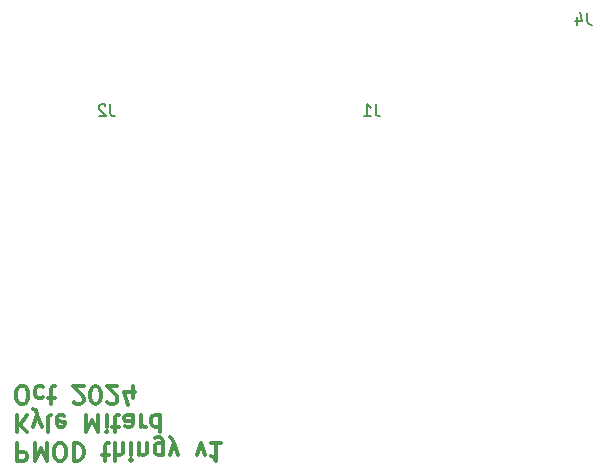
<source format=gbr>
%TF.GenerationSoftware,KiCad,Pcbnew,7.0.10*%
%TF.CreationDate,2024-11-13T12:28:53-05:00*%
%TF.ProjectId,pmodThingy,706d6f64-5468-4696-9e67-792e6b696361,rev?*%
%TF.SameCoordinates,Original*%
%TF.FileFunction,Legend,Bot*%
%TF.FilePolarity,Positive*%
%FSLAX46Y46*%
G04 Gerber Fmt 4.6, Leading zero omitted, Abs format (unit mm)*
G04 Created by KiCad (PCBNEW 7.0.10) date 2024-11-13 12:28:53*
%MOMM*%
%LPD*%
G01*
G04 APERTURE LIST*
%ADD10C,0.300000*%
%ADD11C,0.150000*%
G04 APERTURE END LIST*
D10*
X119426510Y-82372171D02*
X119426510Y-83872171D01*
X119426510Y-83872171D02*
X119997939Y-83872171D01*
X119997939Y-83872171D02*
X120140796Y-83800742D01*
X120140796Y-83800742D02*
X120212225Y-83729314D01*
X120212225Y-83729314D02*
X120283653Y-83586457D01*
X120283653Y-83586457D02*
X120283653Y-83372171D01*
X120283653Y-83372171D02*
X120212225Y-83229314D01*
X120212225Y-83229314D02*
X120140796Y-83157885D01*
X120140796Y-83157885D02*
X119997939Y-83086457D01*
X119997939Y-83086457D02*
X119426510Y-83086457D01*
X120926510Y-82372171D02*
X120926510Y-83872171D01*
X120926510Y-83872171D02*
X121426510Y-82800742D01*
X121426510Y-82800742D02*
X121926510Y-83872171D01*
X121926510Y-83872171D02*
X121926510Y-82372171D01*
X122926511Y-83872171D02*
X123212225Y-83872171D01*
X123212225Y-83872171D02*
X123355082Y-83800742D01*
X123355082Y-83800742D02*
X123497939Y-83657885D01*
X123497939Y-83657885D02*
X123569368Y-83372171D01*
X123569368Y-83372171D02*
X123569368Y-82872171D01*
X123569368Y-82872171D02*
X123497939Y-82586457D01*
X123497939Y-82586457D02*
X123355082Y-82443600D01*
X123355082Y-82443600D02*
X123212225Y-82372171D01*
X123212225Y-82372171D02*
X122926511Y-82372171D01*
X122926511Y-82372171D02*
X122783654Y-82443600D01*
X122783654Y-82443600D02*
X122640796Y-82586457D01*
X122640796Y-82586457D02*
X122569368Y-82872171D01*
X122569368Y-82872171D02*
X122569368Y-83372171D01*
X122569368Y-83372171D02*
X122640796Y-83657885D01*
X122640796Y-83657885D02*
X122783654Y-83800742D01*
X122783654Y-83800742D02*
X122926511Y-83872171D01*
X124212225Y-82372171D02*
X124212225Y-83872171D01*
X124212225Y-83872171D02*
X124569368Y-83872171D01*
X124569368Y-83872171D02*
X124783654Y-83800742D01*
X124783654Y-83800742D02*
X124926511Y-83657885D01*
X124926511Y-83657885D02*
X124997940Y-83515028D01*
X124997940Y-83515028D02*
X125069368Y-83229314D01*
X125069368Y-83229314D02*
X125069368Y-83015028D01*
X125069368Y-83015028D02*
X124997940Y-82729314D01*
X124997940Y-82729314D02*
X124926511Y-82586457D01*
X124926511Y-82586457D02*
X124783654Y-82443600D01*
X124783654Y-82443600D02*
X124569368Y-82372171D01*
X124569368Y-82372171D02*
X124212225Y-82372171D01*
X126640797Y-83372171D02*
X127212225Y-83372171D01*
X126855082Y-83872171D02*
X126855082Y-82586457D01*
X126855082Y-82586457D02*
X126926511Y-82443600D01*
X126926511Y-82443600D02*
X127069368Y-82372171D01*
X127069368Y-82372171D02*
X127212225Y-82372171D01*
X127712225Y-82372171D02*
X127712225Y-83872171D01*
X128355083Y-82372171D02*
X128355083Y-83157885D01*
X128355083Y-83157885D02*
X128283654Y-83300742D01*
X128283654Y-83300742D02*
X128140797Y-83372171D01*
X128140797Y-83372171D02*
X127926511Y-83372171D01*
X127926511Y-83372171D02*
X127783654Y-83300742D01*
X127783654Y-83300742D02*
X127712225Y-83229314D01*
X129069368Y-82372171D02*
X129069368Y-83372171D01*
X129069368Y-83872171D02*
X128997940Y-83800742D01*
X128997940Y-83800742D02*
X129069368Y-83729314D01*
X129069368Y-83729314D02*
X129140797Y-83800742D01*
X129140797Y-83800742D02*
X129069368Y-83872171D01*
X129069368Y-83872171D02*
X129069368Y-83729314D01*
X129783654Y-83372171D02*
X129783654Y-82372171D01*
X129783654Y-83229314D02*
X129855083Y-83300742D01*
X129855083Y-83300742D02*
X129997940Y-83372171D01*
X129997940Y-83372171D02*
X130212226Y-83372171D01*
X130212226Y-83372171D02*
X130355083Y-83300742D01*
X130355083Y-83300742D02*
X130426512Y-83157885D01*
X130426512Y-83157885D02*
X130426512Y-82372171D01*
X131783655Y-83372171D02*
X131783655Y-82157885D01*
X131783655Y-82157885D02*
X131712226Y-82015028D01*
X131712226Y-82015028D02*
X131640797Y-81943600D01*
X131640797Y-81943600D02*
X131497940Y-81872171D01*
X131497940Y-81872171D02*
X131283655Y-81872171D01*
X131283655Y-81872171D02*
X131140797Y-81943600D01*
X131783655Y-82443600D02*
X131640797Y-82372171D01*
X131640797Y-82372171D02*
X131355083Y-82372171D01*
X131355083Y-82372171D02*
X131212226Y-82443600D01*
X131212226Y-82443600D02*
X131140797Y-82515028D01*
X131140797Y-82515028D02*
X131069369Y-82657885D01*
X131069369Y-82657885D02*
X131069369Y-83086457D01*
X131069369Y-83086457D02*
X131140797Y-83229314D01*
X131140797Y-83229314D02*
X131212226Y-83300742D01*
X131212226Y-83300742D02*
X131355083Y-83372171D01*
X131355083Y-83372171D02*
X131640797Y-83372171D01*
X131640797Y-83372171D02*
X131783655Y-83300742D01*
X132355083Y-83372171D02*
X132712226Y-82372171D01*
X133069369Y-83372171D02*
X132712226Y-82372171D01*
X132712226Y-82372171D02*
X132569369Y-82015028D01*
X132569369Y-82015028D02*
X132497940Y-81943600D01*
X132497940Y-81943600D02*
X132355083Y-81872171D01*
X134640797Y-83372171D02*
X134997940Y-82372171D01*
X134997940Y-82372171D02*
X135355083Y-83372171D01*
X136712226Y-82372171D02*
X135855083Y-82372171D01*
X136283654Y-82372171D02*
X136283654Y-83872171D01*
X136283654Y-83872171D02*
X136140797Y-83657885D01*
X136140797Y-83657885D02*
X135997940Y-83515028D01*
X135997940Y-83515028D02*
X135855083Y-83443600D01*
X119426510Y-79957171D02*
X119426510Y-81457171D01*
X120283653Y-79957171D02*
X119640796Y-80814314D01*
X120283653Y-81457171D02*
X119426510Y-80600028D01*
X120783653Y-80957171D02*
X121140796Y-79957171D01*
X121497939Y-80957171D02*
X121140796Y-79957171D01*
X121140796Y-79957171D02*
X120997939Y-79600028D01*
X120997939Y-79600028D02*
X120926510Y-79528600D01*
X120926510Y-79528600D02*
X120783653Y-79457171D01*
X122283653Y-79957171D02*
X122140796Y-80028600D01*
X122140796Y-80028600D02*
X122069367Y-80171457D01*
X122069367Y-80171457D02*
X122069367Y-81457171D01*
X123426510Y-80028600D02*
X123283653Y-79957171D01*
X123283653Y-79957171D02*
X122997939Y-79957171D01*
X122997939Y-79957171D02*
X122855081Y-80028600D01*
X122855081Y-80028600D02*
X122783653Y-80171457D01*
X122783653Y-80171457D02*
X122783653Y-80742885D01*
X122783653Y-80742885D02*
X122855081Y-80885742D01*
X122855081Y-80885742D02*
X122997939Y-80957171D01*
X122997939Y-80957171D02*
X123283653Y-80957171D01*
X123283653Y-80957171D02*
X123426510Y-80885742D01*
X123426510Y-80885742D02*
X123497939Y-80742885D01*
X123497939Y-80742885D02*
X123497939Y-80600028D01*
X123497939Y-80600028D02*
X122783653Y-80457171D01*
X125283652Y-79957171D02*
X125283652Y-81457171D01*
X125283652Y-81457171D02*
X125783652Y-80385742D01*
X125783652Y-80385742D02*
X126283652Y-81457171D01*
X126283652Y-81457171D02*
X126283652Y-79957171D01*
X126997938Y-79957171D02*
X126997938Y-80957171D01*
X126997938Y-81457171D02*
X126926510Y-81385742D01*
X126926510Y-81385742D02*
X126997938Y-81314314D01*
X126997938Y-81314314D02*
X127069367Y-81385742D01*
X127069367Y-81385742D02*
X126997938Y-81457171D01*
X126997938Y-81457171D02*
X126997938Y-81314314D01*
X127497939Y-80957171D02*
X128069367Y-80957171D01*
X127712224Y-81457171D02*
X127712224Y-80171457D01*
X127712224Y-80171457D02*
X127783653Y-80028600D01*
X127783653Y-80028600D02*
X127926510Y-79957171D01*
X127926510Y-79957171D02*
X128069367Y-79957171D01*
X129212225Y-79957171D02*
X129212225Y-80742885D01*
X129212225Y-80742885D02*
X129140796Y-80885742D01*
X129140796Y-80885742D02*
X128997939Y-80957171D01*
X128997939Y-80957171D02*
X128712225Y-80957171D01*
X128712225Y-80957171D02*
X128569367Y-80885742D01*
X129212225Y-80028600D02*
X129069367Y-79957171D01*
X129069367Y-79957171D02*
X128712225Y-79957171D01*
X128712225Y-79957171D02*
X128569367Y-80028600D01*
X128569367Y-80028600D02*
X128497939Y-80171457D01*
X128497939Y-80171457D02*
X128497939Y-80314314D01*
X128497939Y-80314314D02*
X128569367Y-80457171D01*
X128569367Y-80457171D02*
X128712225Y-80528600D01*
X128712225Y-80528600D02*
X129069367Y-80528600D01*
X129069367Y-80528600D02*
X129212225Y-80600028D01*
X129926510Y-79957171D02*
X129926510Y-80957171D01*
X129926510Y-80671457D02*
X129997939Y-80814314D01*
X129997939Y-80814314D02*
X130069368Y-80885742D01*
X130069368Y-80885742D02*
X130212225Y-80957171D01*
X130212225Y-80957171D02*
X130355082Y-80957171D01*
X131497939Y-79957171D02*
X131497939Y-81457171D01*
X131497939Y-80028600D02*
X131355081Y-79957171D01*
X131355081Y-79957171D02*
X131069367Y-79957171D01*
X131069367Y-79957171D02*
X130926510Y-80028600D01*
X130926510Y-80028600D02*
X130855081Y-80100028D01*
X130855081Y-80100028D02*
X130783653Y-80242885D01*
X130783653Y-80242885D02*
X130783653Y-80671457D01*
X130783653Y-80671457D02*
X130855081Y-80814314D01*
X130855081Y-80814314D02*
X130926510Y-80885742D01*
X130926510Y-80885742D02*
X131069367Y-80957171D01*
X131069367Y-80957171D02*
X131355081Y-80957171D01*
X131355081Y-80957171D02*
X131497939Y-80885742D01*
X119712225Y-79042171D02*
X119997939Y-79042171D01*
X119997939Y-79042171D02*
X120140796Y-78970742D01*
X120140796Y-78970742D02*
X120283653Y-78827885D01*
X120283653Y-78827885D02*
X120355082Y-78542171D01*
X120355082Y-78542171D02*
X120355082Y-78042171D01*
X120355082Y-78042171D02*
X120283653Y-77756457D01*
X120283653Y-77756457D02*
X120140796Y-77613600D01*
X120140796Y-77613600D02*
X119997939Y-77542171D01*
X119997939Y-77542171D02*
X119712225Y-77542171D01*
X119712225Y-77542171D02*
X119569368Y-77613600D01*
X119569368Y-77613600D02*
X119426510Y-77756457D01*
X119426510Y-77756457D02*
X119355082Y-78042171D01*
X119355082Y-78042171D02*
X119355082Y-78542171D01*
X119355082Y-78542171D02*
X119426510Y-78827885D01*
X119426510Y-78827885D02*
X119569368Y-78970742D01*
X119569368Y-78970742D02*
X119712225Y-79042171D01*
X121640797Y-77613600D02*
X121497939Y-77542171D01*
X121497939Y-77542171D02*
X121212225Y-77542171D01*
X121212225Y-77542171D02*
X121069368Y-77613600D01*
X121069368Y-77613600D02*
X120997939Y-77685028D01*
X120997939Y-77685028D02*
X120926511Y-77827885D01*
X120926511Y-77827885D02*
X120926511Y-78256457D01*
X120926511Y-78256457D02*
X120997939Y-78399314D01*
X120997939Y-78399314D02*
X121069368Y-78470742D01*
X121069368Y-78470742D02*
X121212225Y-78542171D01*
X121212225Y-78542171D02*
X121497939Y-78542171D01*
X121497939Y-78542171D02*
X121640797Y-78470742D01*
X122069368Y-78542171D02*
X122640796Y-78542171D01*
X122283653Y-79042171D02*
X122283653Y-77756457D01*
X122283653Y-77756457D02*
X122355082Y-77613600D01*
X122355082Y-77613600D02*
X122497939Y-77542171D01*
X122497939Y-77542171D02*
X122640796Y-77542171D01*
X124212225Y-78899314D02*
X124283653Y-78970742D01*
X124283653Y-78970742D02*
X124426511Y-79042171D01*
X124426511Y-79042171D02*
X124783653Y-79042171D01*
X124783653Y-79042171D02*
X124926511Y-78970742D01*
X124926511Y-78970742D02*
X124997939Y-78899314D01*
X124997939Y-78899314D02*
X125069368Y-78756457D01*
X125069368Y-78756457D02*
X125069368Y-78613600D01*
X125069368Y-78613600D02*
X124997939Y-78399314D01*
X124997939Y-78399314D02*
X124140796Y-77542171D01*
X124140796Y-77542171D02*
X125069368Y-77542171D01*
X125997939Y-79042171D02*
X126140796Y-79042171D01*
X126140796Y-79042171D02*
X126283653Y-78970742D01*
X126283653Y-78970742D02*
X126355082Y-78899314D01*
X126355082Y-78899314D02*
X126426510Y-78756457D01*
X126426510Y-78756457D02*
X126497939Y-78470742D01*
X126497939Y-78470742D02*
X126497939Y-78113600D01*
X126497939Y-78113600D02*
X126426510Y-77827885D01*
X126426510Y-77827885D02*
X126355082Y-77685028D01*
X126355082Y-77685028D02*
X126283653Y-77613600D01*
X126283653Y-77613600D02*
X126140796Y-77542171D01*
X126140796Y-77542171D02*
X125997939Y-77542171D01*
X125997939Y-77542171D02*
X125855082Y-77613600D01*
X125855082Y-77613600D02*
X125783653Y-77685028D01*
X125783653Y-77685028D02*
X125712224Y-77827885D01*
X125712224Y-77827885D02*
X125640796Y-78113600D01*
X125640796Y-78113600D02*
X125640796Y-78470742D01*
X125640796Y-78470742D02*
X125712224Y-78756457D01*
X125712224Y-78756457D02*
X125783653Y-78899314D01*
X125783653Y-78899314D02*
X125855082Y-78970742D01*
X125855082Y-78970742D02*
X125997939Y-79042171D01*
X127069367Y-78899314D02*
X127140795Y-78970742D01*
X127140795Y-78970742D02*
X127283653Y-79042171D01*
X127283653Y-79042171D02*
X127640795Y-79042171D01*
X127640795Y-79042171D02*
X127783653Y-78970742D01*
X127783653Y-78970742D02*
X127855081Y-78899314D01*
X127855081Y-78899314D02*
X127926510Y-78756457D01*
X127926510Y-78756457D02*
X127926510Y-78613600D01*
X127926510Y-78613600D02*
X127855081Y-78399314D01*
X127855081Y-78399314D02*
X126997938Y-77542171D01*
X126997938Y-77542171D02*
X127926510Y-77542171D01*
X129212224Y-78542171D02*
X129212224Y-77542171D01*
X128855081Y-79113600D02*
X128497938Y-78042171D01*
X128497938Y-78042171D02*
X129426509Y-78042171D01*
D11*
X127328333Y-53683819D02*
X127328333Y-54398104D01*
X127328333Y-54398104D02*
X127375952Y-54540961D01*
X127375952Y-54540961D02*
X127471190Y-54636200D01*
X127471190Y-54636200D02*
X127614047Y-54683819D01*
X127614047Y-54683819D02*
X127709285Y-54683819D01*
X126899761Y-53779057D02*
X126852142Y-53731438D01*
X126852142Y-53731438D02*
X126756904Y-53683819D01*
X126756904Y-53683819D02*
X126518809Y-53683819D01*
X126518809Y-53683819D02*
X126423571Y-53731438D01*
X126423571Y-53731438D02*
X126375952Y-53779057D01*
X126375952Y-53779057D02*
X126328333Y-53874295D01*
X126328333Y-53874295D02*
X126328333Y-53969533D01*
X126328333Y-53969533D02*
X126375952Y-54112390D01*
X126375952Y-54112390D02*
X126947380Y-54683819D01*
X126947380Y-54683819D02*
X126328333Y-54683819D01*
X167719333Y-45936819D02*
X167719333Y-46651104D01*
X167719333Y-46651104D02*
X167766952Y-46793961D01*
X167766952Y-46793961D02*
X167862190Y-46889200D01*
X167862190Y-46889200D02*
X168005047Y-46936819D01*
X168005047Y-46936819D02*
X168100285Y-46936819D01*
X166814571Y-46270152D02*
X166814571Y-46936819D01*
X167052666Y-45889200D02*
X167290761Y-46603485D01*
X167290761Y-46603485D02*
X166671714Y-46603485D01*
X149807333Y-53683819D02*
X149807333Y-54398104D01*
X149807333Y-54398104D02*
X149854952Y-54540961D01*
X149854952Y-54540961D02*
X149950190Y-54636200D01*
X149950190Y-54636200D02*
X150093047Y-54683819D01*
X150093047Y-54683819D02*
X150188285Y-54683819D01*
X148807333Y-54683819D02*
X149378761Y-54683819D01*
X149093047Y-54683819D02*
X149093047Y-53683819D01*
X149093047Y-53683819D02*
X149188285Y-53826676D01*
X149188285Y-53826676D02*
X149283523Y-53921914D01*
X149283523Y-53921914D02*
X149378761Y-53969533D01*
M02*

</source>
